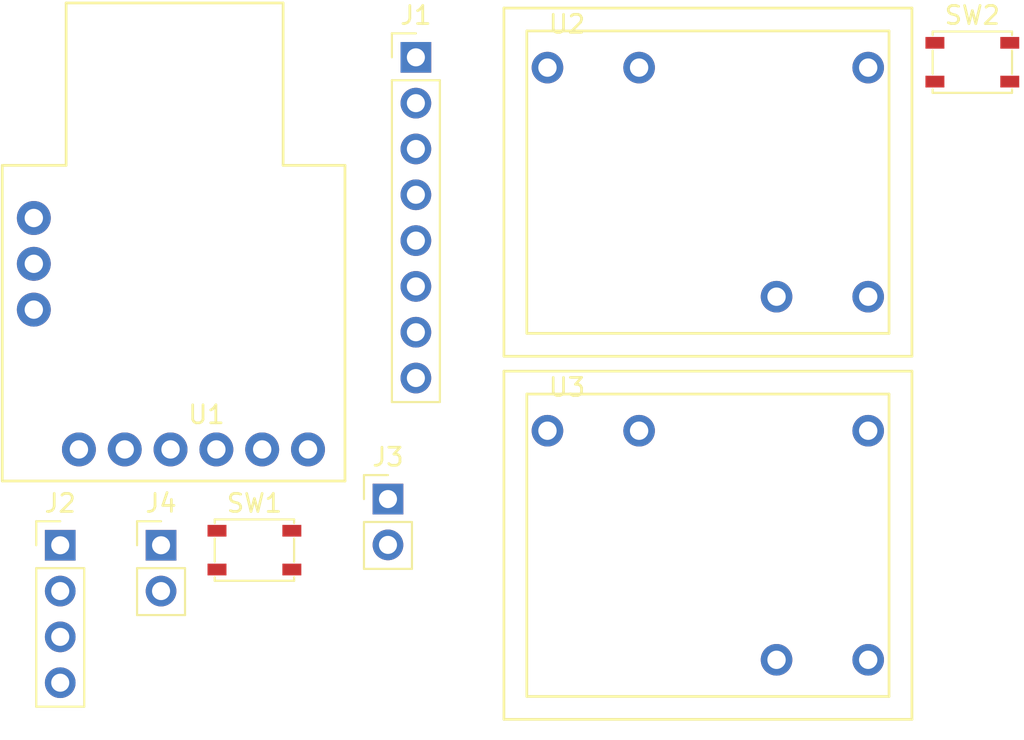
<source format=kicad_pcb>
(kicad_pcb (version 20170123) (host pcbnew "(2017-09-15 revision e2505cb)-master")

  (general
    (thickness 1.6)
    (drawings 0)
    (tracks 0)
    (zones 0)
    (modules 9)
    (nets 18)
  )

  (page A4)
  (layers
    (0 F.Cu signal)
    (31 B.Cu signal)
    (32 B.Adhes user)
    (33 F.Adhes user)
    (34 B.Paste user)
    (35 F.Paste user)
    (36 B.SilkS user)
    (37 F.SilkS user)
    (38 B.Mask user)
    (39 F.Mask user)
    (40 Dwgs.User user)
    (41 Cmts.User user)
    (42 Eco1.User user)
    (43 Eco2.User user)
    (44 Edge.Cuts user)
    (45 Margin user)
    (46 B.CrtYd user)
    (47 F.CrtYd user)
    (48 B.Fab user)
    (49 F.Fab user)
  )

  (setup
    (last_trace_width 0.25)
    (trace_clearance 0.2)
    (zone_clearance 0.508)
    (zone_45_only no)
    (trace_min 0.2)
    (segment_width 0.2)
    (edge_width 0.15)
    (via_size 0.8)
    (via_drill 0.4)
    (via_min_size 0.4)
    (via_min_drill 0.3)
    (uvia_size 0.3)
    (uvia_drill 0.1)
    (uvias_allowed no)
    (uvia_min_size 0.2)
    (uvia_min_drill 0.1)
    (pcb_text_width 0.3)
    (pcb_text_size 1.5 1.5)
    (mod_edge_width 0.15)
    (mod_text_size 1 1)
    (mod_text_width 0.15)
    (pad_size 1.524 1.524)
    (pad_drill 0.762)
    (pad_to_mask_clearance 0.2)
    (aux_axis_origin 0 0)
    (visible_elements FFFFFF7F)
    (pcbplotparams
      (layerselection 0x00030_ffffffff)
      (usegerberextensions false)
      (usegerberattributes true)
      (usegerberadvancedattributes true)
      (creategerberjobfile true)
      (excludeedgelayer true)
      (linewidth 0.100000)
      (plotframeref false)
      (viasonmask false)
      (mode 1)
      (useauxorigin false)
      (hpglpennumber 1)
      (hpglpenspeed 20)
      (hpglpendiameter 15)
      (psnegative false)
      (psa4output false)
      (plotreference true)
      (plotvalue true)
      (plotinvisibletext false)
      (padsonsilk false)
      (subtractmaskfromsilk false)
      (outputformat 1)
      (mirror false)
      (drillshape 1)
      (scaleselection 1)
      (outputdirectory ""))
  )

  (net 0 "")
  (net 1 GNDREF)
  (net 2 +12V)
  (net 3 "Net-(J1-Pad6)")
  (net 4 "Net-(J1-Pad5)")
  (net 5 "Net-(J1-Pad4)")
  (net 6 "Net-(J1-Pad3)")
  (net 7 "Net-(J1-Pad2)")
  (net 8 "Net-(J1-Pad1)")
  (net 9 "Net-(J3-Pad2)")
  (net 10 "Net-(J3-Pad1)")
  (net 11 "Net-(J4-Pad1)")
  (net 12 "Net-(J4-Pad2)")
  (net 13 "Net-(SW1-Pad2)")
  (net 14 "Net-(SW2-Pad2)")
  (net 15 "Net-(U1-Pad5)")
  (net 16 "Net-(U1-Pad9)")
  (net 17 "Net-(U1-Pad2)")

  (net_class Default "This is the default net class."
    (clearance 0.2)
    (trace_width 0.25)
    (via_dia 0.8)
    (via_drill 0.4)
    (uvia_dia 0.3)
    (uvia_drill 0.1)
    (add_net +12V)
    (add_net GNDREF)
    (add_net "Net-(J1-Pad1)")
    (add_net "Net-(J1-Pad2)")
    (add_net "Net-(J1-Pad3)")
    (add_net "Net-(J1-Pad4)")
    (add_net "Net-(J1-Pad5)")
    (add_net "Net-(J1-Pad6)")
    (add_net "Net-(J3-Pad1)")
    (add_net "Net-(J3-Pad2)")
    (add_net "Net-(J4-Pad1)")
    (add_net "Net-(J4-Pad2)")
    (add_net "Net-(SW1-Pad2)")
    (add_net "Net-(SW2-Pad2)")
    (add_net "Net-(U1-Pad2)")
    (add_net "Net-(U1-Pad5)")
    (add_net "Net-(U1-Pad9)")
  )

  (module Pin_Headers:Pin_Header_Straight_1x08_Pitch2.54mm (layer F.Cu) (tedit 59650532) (tstamp 59C4D5FE)
    (at 141.290552 6.2339)
    (descr "Through hole straight pin header, 1x08, 2.54mm pitch, single row")
    (tags "Through hole pin header THT 1x08 2.54mm single row")
    (path /59C3506A)
    (fp_text reference J1 (at 0 -2.33) (layer F.SilkS)
      (effects (font (size 1 1) (thickness 0.15)))
    )
    (fp_text value HARNESS (at 0 20.11) (layer F.Fab)
      (effects (font (size 1 1) (thickness 0.15)))
    )
    (fp_text user %R (at 0 8.89 90) (layer F.Fab)
      (effects (font (size 1 1) (thickness 0.15)))
    )
    (fp_line (start 1.8 -1.8) (end -1.8 -1.8) (layer F.CrtYd) (width 0.05))
    (fp_line (start 1.8 19.55) (end 1.8 -1.8) (layer F.CrtYd) (width 0.05))
    (fp_line (start -1.8 19.55) (end 1.8 19.55) (layer F.CrtYd) (width 0.05))
    (fp_line (start -1.8 -1.8) (end -1.8 19.55) (layer F.CrtYd) (width 0.05))
    (fp_line (start -1.33 -1.33) (end 0 -1.33) (layer F.SilkS) (width 0.12))
    (fp_line (start -1.33 0) (end -1.33 -1.33) (layer F.SilkS) (width 0.12))
    (fp_line (start -1.33 1.27) (end 1.33 1.27) (layer F.SilkS) (width 0.12))
    (fp_line (start 1.33 1.27) (end 1.33 19.11) (layer F.SilkS) (width 0.12))
    (fp_line (start -1.33 1.27) (end -1.33 19.11) (layer F.SilkS) (width 0.12))
    (fp_line (start -1.33 19.11) (end 1.33 19.11) (layer F.SilkS) (width 0.12))
    (fp_line (start -1.27 -0.635) (end -0.635 -1.27) (layer F.Fab) (width 0.1))
    (fp_line (start -1.27 19.05) (end -1.27 -0.635) (layer F.Fab) (width 0.1))
    (fp_line (start 1.27 19.05) (end -1.27 19.05) (layer F.Fab) (width 0.1))
    (fp_line (start 1.27 -1.27) (end 1.27 19.05) (layer F.Fab) (width 0.1))
    (fp_line (start -0.635 -1.27) (end 1.27 -1.27) (layer F.Fab) (width 0.1))
    (pad 8 thru_hole oval (at 0 17.78) (size 1.7 1.7) (drill 1) (layers *.Cu *.Mask)
      (net 1 GNDREF))
    (pad 7 thru_hole oval (at 0 15.24) (size 1.7 1.7) (drill 1) (layers *.Cu *.Mask)
      (net 2 +12V))
    (pad 6 thru_hole oval (at 0 12.7) (size 1.7 1.7) (drill 1) (layers *.Cu *.Mask)
      (net 3 "Net-(J1-Pad6)"))
    (pad 5 thru_hole oval (at 0 10.16) (size 1.7 1.7) (drill 1) (layers *.Cu *.Mask)
      (net 4 "Net-(J1-Pad5)"))
    (pad 4 thru_hole oval (at 0 7.62) (size 1.7 1.7) (drill 1) (layers *.Cu *.Mask)
      (net 5 "Net-(J1-Pad4)"))
    (pad 3 thru_hole oval (at 0 5.08) (size 1.7 1.7) (drill 1) (layers *.Cu *.Mask)
      (net 6 "Net-(J1-Pad3)"))
    (pad 2 thru_hole oval (at 0 2.54) (size 1.7 1.7) (drill 1) (layers *.Cu *.Mask)
      (net 7 "Net-(J1-Pad2)"))
    (pad 1 thru_hole rect (at 0 0) (size 1.7 1.7) (drill 1) (layers *.Cu *.Mask)
      (net 8 "Net-(J1-Pad1)"))
    (model ${KISYS3DMOD}/Pin_Headers.3dshapes/Pin_Header_Straight_1x08_Pitch2.54mm.wrl
      (at (xyz 0 0 0))
      (scale (xyz 1 1 1))
      (rotate (xyz 0 0 0))
    )
  )

  (module Pin_Headers:Pin_Header_Straight_1x04_Pitch2.54mm (layer F.Cu) (tedit 59650532) (tstamp 59C4D616)
    (at 121.573885 33.2839)
    (descr "Through hole straight pin header, 1x04, 2.54mm pitch, single row")
    (tags "Through hole pin header THT 1x04 2.54mm single row")
    (path /59C36710)
    (fp_text reference J2 (at 0 -2.33) (layer F.SilkS)
      (effects (font (size 1 1) (thickness 0.15)))
    )
    (fp_text value HEADSET (at 0 9.95) (layer F.Fab)
      (effects (font (size 1 1) (thickness 0.15)))
    )
    (fp_text user %R (at 0 3.81 90) (layer F.Fab)
      (effects (font (size 1 1) (thickness 0.15)))
    )
    (fp_line (start 1.8 -1.8) (end -1.8 -1.8) (layer F.CrtYd) (width 0.05))
    (fp_line (start 1.8 9.4) (end 1.8 -1.8) (layer F.CrtYd) (width 0.05))
    (fp_line (start -1.8 9.4) (end 1.8 9.4) (layer F.CrtYd) (width 0.05))
    (fp_line (start -1.8 -1.8) (end -1.8 9.4) (layer F.CrtYd) (width 0.05))
    (fp_line (start -1.33 -1.33) (end 0 -1.33) (layer F.SilkS) (width 0.12))
    (fp_line (start -1.33 0) (end -1.33 -1.33) (layer F.SilkS) (width 0.12))
    (fp_line (start -1.33 1.27) (end 1.33 1.27) (layer F.SilkS) (width 0.12))
    (fp_line (start 1.33 1.27) (end 1.33 8.95) (layer F.SilkS) (width 0.12))
    (fp_line (start -1.33 1.27) (end -1.33 8.95) (layer F.SilkS) (width 0.12))
    (fp_line (start -1.33 8.95) (end 1.33 8.95) (layer F.SilkS) (width 0.12))
    (fp_line (start -1.27 -0.635) (end -0.635 -1.27) (layer F.Fab) (width 0.1))
    (fp_line (start -1.27 8.89) (end -1.27 -0.635) (layer F.Fab) (width 0.1))
    (fp_line (start 1.27 8.89) (end -1.27 8.89) (layer F.Fab) (width 0.1))
    (fp_line (start 1.27 -1.27) (end 1.27 8.89) (layer F.Fab) (width 0.1))
    (fp_line (start -0.635 -1.27) (end 1.27 -1.27) (layer F.Fab) (width 0.1))
    (pad 4 thru_hole oval (at 0 7.62) (size 1.7 1.7) (drill 1) (layers *.Cu *.Mask)
      (net 5 "Net-(J1-Pad4)"))
    (pad 3 thru_hole oval (at 0 5.08) (size 1.7 1.7) (drill 1) (layers *.Cu *.Mask)
      (net 6 "Net-(J1-Pad3)"))
    (pad 2 thru_hole oval (at 0 2.54) (size 1.7 1.7) (drill 1) (layers *.Cu *.Mask)
      (net 7 "Net-(J1-Pad2)"))
    (pad 1 thru_hole rect (at 0 0) (size 1.7 1.7) (drill 1) (layers *.Cu *.Mask)
      (net 8 "Net-(J1-Pad1)"))
    (model ${KISYS3DMOD}/Pin_Headers.3dshapes/Pin_Header_Straight_1x04_Pitch2.54mm.wrl
      (at (xyz 0 0 0))
      (scale (xyz 1 1 1))
      (rotate (xyz 0 0 0))
    )
  )

  (module Pin_Headers:Pin_Header_Straight_1x02_Pitch2.54mm (layer F.Cu) (tedit 59650532) (tstamp 59C4D62C)
    (at 139.742933 30.7239)
    (descr "Through hole straight pin header, 1x02, 2.54mm pitch, single row")
    (tags "Through hole pin header THT 1x02 2.54mm single row")
    (path /59C369DF)
    (fp_text reference J3 (at 0 -2.33) (layer F.SilkS)
      (effects (font (size 1 1) (thickness 0.15)))
    )
    (fp_text value LED1 (at 0 4.87) (layer F.Fab)
      (effects (font (size 1 1) (thickness 0.15)))
    )
    (fp_text user %R (at 0 1.27 90) (layer F.Fab)
      (effects (font (size 1 1) (thickness 0.15)))
    )
    (fp_line (start 1.8 -1.8) (end -1.8 -1.8) (layer F.CrtYd) (width 0.05))
    (fp_line (start 1.8 4.35) (end 1.8 -1.8) (layer F.CrtYd) (width 0.05))
    (fp_line (start -1.8 4.35) (end 1.8 4.35) (layer F.CrtYd) (width 0.05))
    (fp_line (start -1.8 -1.8) (end -1.8 4.35) (layer F.CrtYd) (width 0.05))
    (fp_line (start -1.33 -1.33) (end 0 -1.33) (layer F.SilkS) (width 0.12))
    (fp_line (start -1.33 0) (end -1.33 -1.33) (layer F.SilkS) (width 0.12))
    (fp_line (start -1.33 1.27) (end 1.33 1.27) (layer F.SilkS) (width 0.12))
    (fp_line (start 1.33 1.27) (end 1.33 3.87) (layer F.SilkS) (width 0.12))
    (fp_line (start -1.33 1.27) (end -1.33 3.87) (layer F.SilkS) (width 0.12))
    (fp_line (start -1.33 3.87) (end 1.33 3.87) (layer F.SilkS) (width 0.12))
    (fp_line (start -1.27 -0.635) (end -0.635 -1.27) (layer F.Fab) (width 0.1))
    (fp_line (start -1.27 3.81) (end -1.27 -0.635) (layer F.Fab) (width 0.1))
    (fp_line (start 1.27 3.81) (end -1.27 3.81) (layer F.Fab) (width 0.1))
    (fp_line (start 1.27 -1.27) (end 1.27 3.81) (layer F.Fab) (width 0.1))
    (fp_line (start -0.635 -1.27) (end 1.27 -1.27) (layer F.Fab) (width 0.1))
    (pad 2 thru_hole oval (at 0 2.54) (size 1.7 1.7) (drill 1) (layers *.Cu *.Mask)
      (net 9 "Net-(J3-Pad2)"))
    (pad 1 thru_hole rect (at 0 0) (size 1.7 1.7) (drill 1) (layers *.Cu *.Mask)
      (net 10 "Net-(J3-Pad1)"))
    (model ${KISYS3DMOD}/Pin_Headers.3dshapes/Pin_Header_Straight_1x02_Pitch2.54mm.wrl
      (at (xyz 0 0 0))
      (scale (xyz 1 1 1))
      (rotate (xyz 0 0 0))
    )
  )

  (module Pin_Headers:Pin_Header_Straight_1x02_Pitch2.54mm (layer F.Cu) (tedit 59650532) (tstamp 59C4D642)
    (at 127.162933 33.2839)
    (descr "Through hole straight pin header, 1x02, 2.54mm pitch, single row")
    (tags "Through hole pin header THT 1x02 2.54mm single row")
    (path /59C36A25)
    (fp_text reference J4 (at 0 -2.33) (layer F.SilkS)
      (effects (font (size 1 1) (thickness 0.15)))
    )
    (fp_text value LED2 (at 0 4.87) (layer F.Fab)
      (effects (font (size 1 1) (thickness 0.15)))
    )
    (fp_line (start -0.635 -1.27) (end 1.27 -1.27) (layer F.Fab) (width 0.1))
    (fp_line (start 1.27 -1.27) (end 1.27 3.81) (layer F.Fab) (width 0.1))
    (fp_line (start 1.27 3.81) (end -1.27 3.81) (layer F.Fab) (width 0.1))
    (fp_line (start -1.27 3.81) (end -1.27 -0.635) (layer F.Fab) (width 0.1))
    (fp_line (start -1.27 -0.635) (end -0.635 -1.27) (layer F.Fab) (width 0.1))
    (fp_line (start -1.33 3.87) (end 1.33 3.87) (layer F.SilkS) (width 0.12))
    (fp_line (start -1.33 1.27) (end -1.33 3.87) (layer F.SilkS) (width 0.12))
    (fp_line (start 1.33 1.27) (end 1.33 3.87) (layer F.SilkS) (width 0.12))
    (fp_line (start -1.33 1.27) (end 1.33 1.27) (layer F.SilkS) (width 0.12))
    (fp_line (start -1.33 0) (end -1.33 -1.33) (layer F.SilkS) (width 0.12))
    (fp_line (start -1.33 -1.33) (end 0 -1.33) (layer F.SilkS) (width 0.12))
    (fp_line (start -1.8 -1.8) (end -1.8 4.35) (layer F.CrtYd) (width 0.05))
    (fp_line (start -1.8 4.35) (end 1.8 4.35) (layer F.CrtYd) (width 0.05))
    (fp_line (start 1.8 4.35) (end 1.8 -1.8) (layer F.CrtYd) (width 0.05))
    (fp_line (start 1.8 -1.8) (end -1.8 -1.8) (layer F.CrtYd) (width 0.05))
    (fp_text user %R (at 0 1.27 90) (layer F.Fab)
      (effects (font (size 1 1) (thickness 0.15)))
    )
    (pad 1 thru_hole rect (at 0 0) (size 1.7 1.7) (drill 1) (layers *.Cu *.Mask)
      (net 11 "Net-(J4-Pad1)"))
    (pad 2 thru_hole oval (at 0 2.54) (size 1.7 1.7) (drill 1) (layers *.Cu *.Mask)
      (net 12 "Net-(J4-Pad2)"))
    (model ${KISYS3DMOD}/Pin_Headers.3dshapes/Pin_Header_Straight_1x02_Pitch2.54mm.wrl
      (at (xyz 0 0 0))
      (scale (xyz 1 1 1))
      (rotate (xyz 0 0 0))
    )
  )

  (module Buttons_Switches_SMD:SW_SPST_PTS810 (layer F.Cu) (tedit 59406EBE) (tstamp 59C4D65F)
    (at 132.339601 33.5539)
    (descr "C&K Components, PTS 810 Series, Microminiature SMT Top Actuated, http://www.ckswitches.com/media/1476/pts810.pdf")
    (tags "SPST Button Switch")
    (path /584CC69D)
    (attr smd)
    (fp_text reference SW1 (at 0 -2.6) (layer F.SilkS)
      (effects (font (size 1 1) (thickness 0.15)))
    )
    (fp_text value FRONT (at 0 2.6) (layer F.Fab)
      (effects (font (size 1 1) (thickness 0.15)))
    )
    (fp_line (start -2.85 -1.85) (end 2.85 -1.85) (layer F.CrtYd) (width 0.05))
    (fp_line (start -2.85 1.85) (end -2.85 -1.85) (layer F.CrtYd) (width 0.05))
    (fp_line (start 2.85 1.85) (end -2.85 1.85) (layer F.CrtYd) (width 0.05))
    (fp_line (start 2.85 -1.85) (end 2.85 1.85) (layer F.CrtYd) (width 0.05))
    (fp_text user %R (at 0 0) (layer F.Fab)
      (effects (font (size 0.6 0.6) (thickness 0.06)))
    )
    (fp_line (start 2.2 -1.5) (end 2.2 -1.7) (layer F.SilkS) (width 0.12))
    (fp_line (start 2.2 0.65) (end 2.2 -0.65) (layer F.SilkS) (width 0.12))
    (fp_line (start 2.2 1.7) (end 2.2 1.5) (layer F.SilkS) (width 0.12))
    (fp_line (start -2.2 1.7) (end 2.2 1.7) (layer F.SilkS) (width 0.12))
    (fp_line (start -2.2 1.5) (end -2.2 1.7) (layer F.SilkS) (width 0.12))
    (fp_line (start -2.2 -0.65) (end -2.2 0.65) (layer F.SilkS) (width 0.12))
    (fp_line (start -2.2 -1.7) (end -2.2 -1.5) (layer F.SilkS) (width 0.12))
    (fp_line (start 2.2 -1.7) (end -2.2 -1.7) (layer F.SilkS) (width 0.12))
    (fp_line (start 0.4 1.1) (end -0.4 1.1) (layer F.Fab) (width 0.1))
    (fp_line (start -0.4 -1.1) (end 0.4 -1.1) (layer F.Fab) (width 0.1))
    (fp_arc (start -0.4 0) (end -0.4 1.1) (angle 180) (layer F.Fab) (width 0.1))
    (fp_line (start -2.1 1.6) (end 2.1 1.6) (layer F.Fab) (width 0.1))
    (fp_line (start -2.1 -1.6) (end -2.1 1.6) (layer F.Fab) (width 0.1))
    (fp_line (start 2.1 -1.6) (end -2.1 -1.6) (layer F.Fab) (width 0.1))
    (fp_line (start 2.1 1.6) (end 2.1 -1.6) (layer F.Fab) (width 0.1))
    (fp_arc (start 0.4 0) (end 0.4 -1.1) (angle 180) (layer F.Fab) (width 0.1))
    (pad 1 smd rect (at -2.075 -1.075) (size 1.05 0.65) (layers F.Cu F.Paste F.Mask)
      (net 1 GNDREF))
    (pad 1 smd rect (at 2.075 -1.075) (size 1.05 0.65) (layers F.Cu F.Paste F.Mask)
      (net 1 GNDREF))
    (pad 2 smd rect (at -2.075 1.075) (size 1.05 0.65) (layers F.Cu F.Paste F.Mask)
      (net 13 "Net-(SW1-Pad2)"))
    (pad 2 smd rect (at 2.075 1.075) (size 1.05 0.65) (layers F.Cu F.Paste F.Mask)
      (net 13 "Net-(SW1-Pad2)"))
    (model ${KISYS3DMOD}/Buttons_Switches_SMD.3dshapes/SW_SPST_PTS810.wrl
      (at (xyz 0 0 0))
      (scale (xyz 1 1 1))
      (rotate (xyz 0 0 0))
    )
  )

  (module Buttons_Switches_SMD:SW_SPST_PTS810 (layer F.Cu) (tedit 59406EBE) (tstamp 59C4D67C)
    (at 172.139601 6.5039)
    (descr "C&K Components, PTS 810 Series, Microminiature SMT Top Actuated, http://www.ckswitches.com/media/1476/pts810.pdf")
    (tags "SPST Button Switch")
    (path /584A888C)
    (attr smd)
    (fp_text reference SW2 (at 0 -2.6) (layer F.SilkS)
      (effects (font (size 1 1) (thickness 0.15)))
    )
    (fp_text value BACK (at 0 2.6) (layer F.Fab)
      (effects (font (size 1 1) (thickness 0.15)))
    )
    (fp_arc (start 0.4 0) (end 0.4 -1.1) (angle 180) (layer F.Fab) (width 0.1))
    (fp_line (start 2.1 1.6) (end 2.1 -1.6) (layer F.Fab) (width 0.1))
    (fp_line (start 2.1 -1.6) (end -2.1 -1.6) (layer F.Fab) (width 0.1))
    (fp_line (start -2.1 -1.6) (end -2.1 1.6) (layer F.Fab) (width 0.1))
    (fp_line (start -2.1 1.6) (end 2.1 1.6) (layer F.Fab) (width 0.1))
    (fp_arc (start -0.4 0) (end -0.4 1.1) (angle 180) (layer F.Fab) (width 0.1))
    (fp_line (start -0.4 -1.1) (end 0.4 -1.1) (layer F.Fab) (width 0.1))
    (fp_line (start 0.4 1.1) (end -0.4 1.1) (layer F.Fab) (width 0.1))
    (fp_line (start 2.2 -1.7) (end -2.2 -1.7) (layer F.SilkS) (width 0.12))
    (fp_line (start -2.2 -1.7) (end -2.2 -1.5) (layer F.SilkS) (width 0.12))
    (fp_line (start -2.2 -0.65) (end -2.2 0.65) (layer F.SilkS) (width 0.12))
    (fp_line (start -2.2 1.5) (end -2.2 1.7) (layer F.SilkS) (width 0.12))
    (fp_line (start -2.2 1.7) (end 2.2 1.7) (layer F.SilkS) (width 0.12))
    (fp_line (start 2.2 1.7) (end 2.2 1.5) (layer F.SilkS) (width 0.12))
    (fp_line (start 2.2 0.65) (end 2.2 -0.65) (layer F.SilkS) (width 0.12))
    (fp_line (start 2.2 -1.5) (end 2.2 -1.7) (layer F.SilkS) (width 0.12))
    (fp_text user %R (at 0 0) (layer F.Fab)
      (effects (font (size 0.6 0.6) (thickness 0.06)))
    )
    (fp_line (start 2.85 -1.85) (end 2.85 1.85) (layer F.CrtYd) (width 0.05))
    (fp_line (start 2.85 1.85) (end -2.85 1.85) (layer F.CrtYd) (width 0.05))
    (fp_line (start -2.85 1.85) (end -2.85 -1.85) (layer F.CrtYd) (width 0.05))
    (fp_line (start -2.85 -1.85) (end 2.85 -1.85) (layer F.CrtYd) (width 0.05))
    (pad 2 smd rect (at 2.075 1.075) (size 1.05 0.65) (layers F.Cu F.Paste F.Mask)
      (net 14 "Net-(SW2-Pad2)"))
    (pad 2 smd rect (at -2.075 1.075) (size 1.05 0.65) (layers F.Cu F.Paste F.Mask)
      (net 14 "Net-(SW2-Pad2)"))
    (pad 1 smd rect (at 2.075 -1.075) (size 1.05 0.65) (layers F.Cu F.Paste F.Mask)
      (net 1 GNDREF))
    (pad 1 smd rect (at -2.075 -1.075) (size 1.05 0.65) (layers F.Cu F.Paste F.Mask)
      (net 1 GNDREF))
    (model ${KISYS3DMOD}/Buttons_Switches_SMD.3dshapes/SW_SPST_PTS810.wrl
      (at (xyz 0 0 0))
      (scale (xyz 1 1 1))
      (rotate (xyz 0 0 0))
    )
  )

  (module SW-Digistump:Digispark (layer F.Cu) (tedit 59C34524) (tstamp 59C4D691)
    (at 128.959601 27.971401)
    (path /59C35B9C)
    (fp_text reference U1 (at 0.72 -1.93) (layer F.SilkS)
      (effects (font (size 1 1) (thickness 0.15)))
    )
    (fp_text value Digispark (at -0.24 -2.82) (layer F.Fab)
      (effects (font (size 1 1) (thickness 0.15)))
    )
    (fp_line (start -10.6 1.75) (end 8.4 1.75) (layer F.SilkS) (width 0.15))
    (fp_line (start -7.06 -15.75) (end -10.6 -15.75) (layer F.SilkS) (width 0.15))
    (fp_line (start 4.97 -24.75) (end 4.97 -15.75) (layer F.SilkS) (width 0.15))
    (fp_line (start 4.97 -24.75) (end -7.06 -24.75) (layer F.SilkS) (width 0.15))
    (fp_line (start -10.6 -15.75) (end -10.6 1.75) (layer F.SilkS) (width 0.15))
    (fp_line (start 4.97 -15.75) (end 8.4 -15.75) (layer F.SilkS) (width 0.15))
    (fp_line (start 8.4 -15.75) (end 8.4 1.75) (layer F.SilkS) (width 0.15))
    (fp_line (start -7.06 -24.75) (end -7.06 -15.75) (layer F.SilkS) (width 0.15))
    (pad 1 thru_hole circle (at -6.35 0) (size 1.8796 1.8796) (drill 1.016) (layers *.Cu *.Mask)
      (net 3 "Net-(J1-Pad6)"))
    (pad 2 thru_hole circle (at -3.81 0) (size 1.8796 1.8796) (drill 1.016) (layers *.Cu *.Mask)
      (net 17 "Net-(U1-Pad2)"))
    (pad 3 thru_hole circle (at -1.27 0) (size 1.8796 1.8796) (drill 1.016) (layers *.Cu *.Mask)
      (net 4 "Net-(J1-Pad5)"))
    (pad 4 thru_hole circle (at 1.27 0) (size 1.8796 1.8796) (drill 1.016) (layers *.Cu *.Mask)
      (net 13 "Net-(SW1-Pad2)"))
    (pad 5 thru_hole circle (at 3.81 0) (size 1.8796 1.8796) (drill 1.016) (layers *.Cu *.Mask)
      (net 15 "Net-(U1-Pad5)"))
    (pad 6 thru_hole circle (at 6.35 0) (size 1.8796 1.8796) (drill 1.016) (layers *.Cu *.Mask)
      (net 14 "Net-(SW2-Pad2)"))
    (pad 7 thru_hole circle (at -8.85 -7.75) (size 1.8796 1.8796) (drill 1.016) (layers *.Cu *.Mask)
      (net 2 +12V))
    (pad 8 thru_hole circle (at -8.85 -10.29) (size 1.8796 1.8796) (drill 1.016) (layers *.Cu *.Mask)
      (net 1 GNDREF))
    (pad 9 thru_hole circle (at -8.85 -12.83) (size 1.8796 1.8796) (drill 1.016) (layers *.Cu *.Mask)
      (net 16 "Net-(U1-Pad9)"))
  )

  (module SW-LEDdynamics:MiniPuck-Pinned (layer F.Cu) (tedit 59C34CFF) (tstamp 59C4D6A2)
    (at 148.585314 6.8039)
    (path /59C35455)
    (fp_text reference U2 (at 1.08 -2.41) (layer F.SilkS)
      (effects (font (size 1 1) (thickness 0.15)))
    )
    (fp_text value MiniPuck (at -0.08 -2.9) (layer F.Fab)
      (effects (font (size 1 1) (thickness 0.15)))
    )
    (fp_line (start -1.143 -2.032) (end 18.9357 -2.032) (layer F.SilkS) (width 0.15))
    (fp_line (start 18.9357 -2.032) (end 18.9357 14.732) (layer F.SilkS) (width 0.15))
    (fp_line (start 18.9357 14.732) (end -1.143 14.732) (layer F.SilkS) (width 0.15))
    (fp_line (start -1.143 -2.032) (end -1.143 14.732) (layer F.SilkS) (width 0.15))
    (fp_line (start 20.2057 -3.302) (end 20.2057 16.002) (layer F.SilkS) (width 0.15))
    (fp_line (start -2.413 -3.302) (end -2.413 16.002) (layer F.SilkS) (width 0.15))
    (fp_line (start 20.2057 16.002) (end -2.413 16.002) (layer F.SilkS) (width 0.15))
    (fp_line (start -2.413 -3.302) (end 20.2057 -3.302) (layer F.SilkS) (width 0.15))
    (pad 1 thru_hole circle (at 0 0) (size 1.75 1.75) (drill 1.016) (layers *.Cu *.Mask)
      (net 2 +12V))
    (pad 2 thru_hole circle (at 5.08 0) (size 1.75 1.75) (drill 1.016) (layers *.Cu *.Mask)
      (net 1 GNDREF))
    (pad 3 thru_hole circle (at 17.78 0) (size 1.75 1.75) (drill 1.016) (layers *.Cu *.Mask)
      (net 17 "Net-(U1-Pad2)"))
    (pad 4 thru_hole circle (at 12.7 12.7) (size 1.75 1.75) (drill 1.016) (layers *.Cu *.Mask)
      (net 10 "Net-(J3-Pad1)"))
    (pad 5 thru_hole circle (at 17.78 12.7) (size 1.75 1.75) (drill 1.016) (layers *.Cu *.Mask)
      (net 9 "Net-(J3-Pad2)"))
  )

  (module SW-LEDdynamics:MiniPuck-Pinned (layer F.Cu) (tedit 59C34CFF) (tstamp 59C4D6B3)
    (at 148.585314 26.9339)
    (path /59C35563)
    (fp_text reference U3 (at 1.08 -2.41) (layer F.SilkS)
      (effects (font (size 1 1) (thickness 0.15)))
    )
    (fp_text value MiniPuck (at -0.08 -2.9) (layer F.Fab)
      (effects (font (size 1 1) (thickness 0.15)))
    )
    (fp_line (start -2.413 -3.302) (end 20.2057 -3.302) (layer F.SilkS) (width 0.15))
    (fp_line (start 20.2057 16.002) (end -2.413 16.002) (layer F.SilkS) (width 0.15))
    (fp_line (start -2.413 -3.302) (end -2.413 16.002) (layer F.SilkS) (width 0.15))
    (fp_line (start 20.2057 -3.302) (end 20.2057 16.002) (layer F.SilkS) (width 0.15))
    (fp_line (start -1.143 -2.032) (end -1.143 14.732) (layer F.SilkS) (width 0.15))
    (fp_line (start 18.9357 14.732) (end -1.143 14.732) (layer F.SilkS) (width 0.15))
    (fp_line (start 18.9357 -2.032) (end 18.9357 14.732) (layer F.SilkS) (width 0.15))
    (fp_line (start -1.143 -2.032) (end 18.9357 -2.032) (layer F.SilkS) (width 0.15))
    (pad 5 thru_hole circle (at 17.78 12.7) (size 1.75 1.75) (drill 1.016) (layers *.Cu *.Mask)
      (net 12 "Net-(J4-Pad2)"))
    (pad 4 thru_hole circle (at 12.7 12.7) (size 1.75 1.75) (drill 1.016) (layers *.Cu *.Mask)
      (net 11 "Net-(J4-Pad1)"))
    (pad 3 thru_hole circle (at 17.78 0) (size 1.75 1.75) (drill 1.016) (layers *.Cu *.Mask)
      (net 15 "Net-(U1-Pad5)"))
    (pad 2 thru_hole circle (at 5.08 0) (size 1.75 1.75) (drill 1.016) (layers *.Cu *.Mask)
      (net 1 GNDREF))
    (pad 1 thru_hole circle (at 0 0) (size 1.75 1.75) (drill 1.016) (layers *.Cu *.Mask)
      (net 2 +12V))
  )

)

</source>
